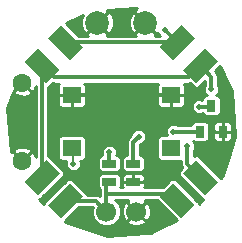
<source format=gtl>
G04 (created by PCBNEW (2013-07-07 BZR 4022)-stable) date 11/7/2013 9:25:50 PM*
%MOIN*%
G04 Gerber Fmt 3.4, Leading zero omitted, Abs format*
%FSLAX34Y34*%
G01*
G70*
G90*
G04 APERTURE LIST*
%ADD10C,0.00590551*%
%ADD11C,0.063*%
%ADD12R,0.063X0.0551*%
%ADD13R,0.0315X0.0394*%
%ADD14R,0.045X0.025*%
%ADD15C,0.0669*%
%ADD16C,0.0787402*%
%ADD17C,0.02*%
%ADD18C,0.0118*%
%ADD19C,0.0061*%
%ADD20C,0.01*%
G04 APERTURE END LIST*
G54D10*
G54D11*
X57197Y-36701D03*
X57197Y-39299D03*
G54D12*
X58846Y-37114D03*
X62154Y-37114D03*
X58846Y-38886D03*
X62154Y-38886D03*
G54D13*
X63500Y-37467D03*
X63875Y-38333D03*
X63125Y-38333D03*
G54D14*
X60900Y-39400D03*
X60900Y-40000D03*
X60100Y-39400D03*
X60100Y-40000D03*
G54D10*
G36*
X62221Y-40055D02*
X62944Y-40778D01*
X62499Y-41224D01*
X61775Y-40500D01*
X62221Y-40055D01*
X62221Y-40055D01*
G37*
G36*
X63000Y-39275D02*
X63724Y-39999D01*
X63278Y-40444D01*
X62555Y-39721D01*
X63000Y-39275D01*
X63000Y-39275D01*
G37*
G36*
X62944Y-35221D02*
X62221Y-35944D01*
X61775Y-35499D01*
X62499Y-34775D01*
X62944Y-35221D01*
X62944Y-35221D01*
G37*
G36*
X63724Y-36000D02*
X63000Y-36724D01*
X62555Y-36278D01*
X63278Y-35555D01*
X63724Y-36000D01*
X63724Y-36000D01*
G37*
G36*
X58778Y-35944D02*
X58055Y-35221D01*
X58500Y-34775D01*
X59224Y-35499D01*
X58778Y-35944D01*
X58778Y-35944D01*
G37*
G36*
X57999Y-36724D02*
X57275Y-36000D01*
X57721Y-35555D01*
X58444Y-36278D01*
X57999Y-36724D01*
X57999Y-36724D01*
G37*
G36*
X58055Y-40778D02*
X58778Y-40055D01*
X59224Y-40500D01*
X58500Y-41224D01*
X58055Y-40778D01*
X58055Y-40778D01*
G37*
G36*
X57275Y-39999D02*
X57999Y-39275D01*
X58444Y-39721D01*
X57721Y-40444D01*
X57275Y-39999D01*
X57275Y-39999D01*
G37*
G54D15*
X60000Y-41000D03*
X61000Y-41000D03*
G54D16*
X59700Y-34700D03*
X61300Y-34700D03*
G54D17*
X61300Y-38100D03*
X60500Y-37300D03*
X61075Y-38500D03*
X62233Y-38333D03*
X63100Y-37500D03*
X58900Y-39400D03*
X63500Y-36925D03*
X62700Y-38825D03*
X60100Y-39025D03*
X61950Y-34950D03*
G54D18*
X60500Y-37114D02*
X60500Y-37200D01*
X60500Y-37300D02*
X60500Y-37114D01*
X58846Y-37114D02*
X62154Y-37114D01*
X60900Y-39400D02*
X60900Y-38675D01*
X60900Y-38675D02*
X61075Y-38500D01*
X63125Y-38333D02*
X62233Y-38333D01*
X63100Y-38358D02*
X63125Y-38333D01*
X63500Y-37467D02*
X63467Y-37500D01*
X63467Y-37500D02*
X63100Y-37500D01*
G54D19*
X58900Y-38940D02*
X58846Y-38886D01*
X58900Y-39400D02*
X58900Y-38940D01*
G54D18*
X63139Y-36139D02*
X63500Y-36500D01*
X63500Y-36500D02*
X63500Y-36925D01*
X57860Y-36139D02*
X58245Y-36525D01*
X62754Y-36525D02*
X63139Y-36139D01*
X58245Y-36525D02*
X62754Y-36525D01*
X57860Y-39860D02*
X57860Y-36139D01*
X63139Y-39860D02*
X62700Y-39420D01*
X62700Y-39420D02*
X62700Y-38825D01*
X60100Y-39400D02*
X60100Y-39025D01*
X62360Y-35360D02*
X61950Y-34950D01*
X58639Y-35360D02*
X62360Y-35360D01*
X62360Y-40639D02*
X62120Y-40400D01*
X62120Y-40400D02*
X60000Y-40400D01*
X60100Y-40000D02*
X60000Y-40100D01*
X60000Y-40100D02*
X60000Y-40400D01*
X60000Y-40400D02*
X60000Y-41000D01*
X58639Y-40639D02*
X59639Y-40639D01*
X59639Y-40639D02*
X60000Y-41000D01*
G54D10*
G36*
X57651Y-39186D02*
X57601Y-39051D01*
X57580Y-39020D01*
X57505Y-38990D01*
X57505Y-38990D01*
X57505Y-38990D01*
X57505Y-37009D01*
X57197Y-36701D01*
X56888Y-37009D01*
X56918Y-37084D01*
X57086Y-37162D01*
X57271Y-37169D01*
X57444Y-37105D01*
X57475Y-37084D01*
X57505Y-37009D01*
X57505Y-38990D01*
X57475Y-38915D01*
X57307Y-38837D01*
X57122Y-38830D01*
X56949Y-38894D01*
X56918Y-38915D01*
X56888Y-38990D01*
X57197Y-39298D01*
X57505Y-38990D01*
X57505Y-38990D01*
X57197Y-39299D01*
X57202Y-39304D01*
X57202Y-39304D01*
X57197Y-39299D01*
X57191Y-39304D01*
X57191Y-39304D01*
X57196Y-39299D01*
X56888Y-38990D01*
X56813Y-39020D01*
X56809Y-39027D01*
X56806Y-39020D01*
X56697Y-37533D01*
X56872Y-37003D01*
X56888Y-37009D01*
X57196Y-36701D01*
X57191Y-36695D01*
X57191Y-36695D01*
X57197Y-36700D01*
X57202Y-36695D01*
X57202Y-36695D01*
X57197Y-36701D01*
X57505Y-37009D01*
X57580Y-36979D01*
X57651Y-36826D01*
X57651Y-39186D01*
X57651Y-39186D01*
G37*
G54D20*
X57651Y-39186D02*
X57601Y-39051D01*
X57580Y-39020D01*
X57505Y-38990D01*
X57505Y-38990D01*
X57505Y-38990D01*
X57505Y-37009D01*
X57197Y-36701D01*
X56888Y-37009D01*
X56918Y-37084D01*
X57086Y-37162D01*
X57271Y-37169D01*
X57444Y-37105D01*
X57475Y-37084D01*
X57505Y-37009D01*
X57505Y-38990D01*
X57475Y-38915D01*
X57307Y-38837D01*
X57122Y-38830D01*
X56949Y-38894D01*
X56918Y-38915D01*
X56888Y-38990D01*
X57197Y-39298D01*
X57505Y-38990D01*
X57505Y-38990D01*
X57197Y-39299D01*
X57202Y-39304D01*
X57202Y-39304D01*
X57197Y-39299D01*
X57191Y-39304D01*
X57191Y-39304D01*
X57196Y-39299D01*
X56888Y-38990D01*
X56813Y-39020D01*
X56809Y-39027D01*
X56806Y-39020D01*
X56697Y-37533D01*
X56872Y-37003D01*
X56888Y-37009D01*
X57196Y-36701D01*
X57191Y-36695D01*
X57191Y-36695D01*
X57197Y-36700D01*
X57202Y-36695D01*
X57202Y-36695D01*
X57197Y-36701D01*
X57505Y-37009D01*
X57580Y-36979D01*
X57651Y-36826D01*
X57651Y-39186D01*
G54D10*
G36*
X61797Y-35151D02*
X61621Y-35151D01*
X61625Y-35148D01*
X61665Y-35065D01*
X61300Y-34700D01*
X61299Y-34700D01*
X61299Y-34700D01*
X60934Y-34334D01*
X60851Y-34374D01*
X60760Y-34570D01*
X60752Y-34786D01*
X60827Y-34989D01*
X60851Y-35025D01*
X60934Y-35065D01*
X61299Y-34700D01*
X61299Y-34700D01*
X60934Y-35065D01*
X60974Y-35148D01*
X60980Y-35151D01*
X60247Y-35151D01*
X60247Y-34613D01*
X60172Y-34410D01*
X60148Y-34374D01*
X60065Y-34334D01*
X59700Y-34700D01*
X60065Y-35065D01*
X60148Y-35025D01*
X60239Y-34829D01*
X60247Y-34613D01*
X60247Y-35151D01*
X60021Y-35151D01*
X60025Y-35148D01*
X60065Y-35065D01*
X59700Y-34700D01*
X59334Y-35065D01*
X59374Y-35148D01*
X59380Y-35151D01*
X59088Y-35151D01*
X58657Y-34720D01*
X59222Y-34436D01*
X59160Y-34570D01*
X59152Y-34786D01*
X59227Y-34989D01*
X59251Y-35025D01*
X59334Y-35065D01*
X59699Y-34700D01*
X59694Y-34694D01*
X59694Y-34694D01*
X59700Y-34699D01*
X60065Y-34334D01*
X60033Y-34267D01*
X60970Y-34198D01*
X61032Y-34219D01*
X61010Y-34227D01*
X60974Y-34251D01*
X60934Y-34334D01*
X61300Y-34699D01*
X61305Y-34694D01*
X61305Y-34694D01*
X61300Y-34700D01*
X61665Y-35065D01*
X61717Y-35040D01*
X61737Y-35091D01*
X61797Y-35151D01*
X61797Y-35151D01*
G37*
G54D20*
X61797Y-35151D02*
X61621Y-35151D01*
X61625Y-35148D01*
X61665Y-35065D01*
X61300Y-34700D01*
X61299Y-34700D01*
X61299Y-34700D01*
X60934Y-34334D01*
X60851Y-34374D01*
X60760Y-34570D01*
X60752Y-34786D01*
X60827Y-34989D01*
X60851Y-35025D01*
X60934Y-35065D01*
X61299Y-34700D01*
X61299Y-34700D01*
X60934Y-35065D01*
X60974Y-35148D01*
X60980Y-35151D01*
X60247Y-35151D01*
X60247Y-34613D01*
X60172Y-34410D01*
X60148Y-34374D01*
X60065Y-34334D01*
X59700Y-34700D01*
X60065Y-35065D01*
X60148Y-35025D01*
X60239Y-34829D01*
X60247Y-34613D01*
X60247Y-35151D01*
X60021Y-35151D01*
X60025Y-35148D01*
X60065Y-35065D01*
X59700Y-34700D01*
X59334Y-35065D01*
X59374Y-35148D01*
X59380Y-35151D01*
X59088Y-35151D01*
X58657Y-34720D01*
X59222Y-34436D01*
X59160Y-34570D01*
X59152Y-34786D01*
X59227Y-34989D01*
X59251Y-35025D01*
X59334Y-35065D01*
X59699Y-34700D01*
X59694Y-34694D01*
X59694Y-34694D01*
X59700Y-34699D01*
X60065Y-34334D01*
X60033Y-34267D01*
X60970Y-34198D01*
X61032Y-34219D01*
X61010Y-34227D01*
X60974Y-34251D01*
X60934Y-34334D01*
X61300Y-34699D01*
X61305Y-34694D01*
X61305Y-34694D01*
X61300Y-34700D01*
X61665Y-35065D01*
X61717Y-35040D01*
X61737Y-35091D01*
X61797Y-35151D01*
G54D10*
G36*
X62343Y-41280D02*
X61520Y-41693D01*
X61487Y-41696D01*
X61487Y-40922D01*
X61421Y-40741D01*
X61399Y-40709D01*
X61322Y-40677D01*
X61000Y-41000D01*
X61322Y-41322D01*
X61399Y-41290D01*
X61480Y-41115D01*
X61487Y-40922D01*
X61487Y-41696D01*
X61322Y-41708D01*
X61322Y-41322D01*
X61000Y-41000D01*
X60999Y-41000D01*
X60999Y-41000D01*
X60677Y-40677D01*
X60600Y-40709D01*
X60519Y-40884D01*
X60512Y-41077D01*
X60578Y-41258D01*
X60600Y-41290D01*
X60677Y-41322D01*
X60999Y-41000D01*
X60999Y-41000D01*
X60677Y-41322D01*
X60709Y-41399D01*
X60884Y-41480D01*
X61077Y-41487D01*
X61258Y-41421D01*
X61290Y-41399D01*
X61322Y-41322D01*
X61322Y-41708D01*
X60029Y-41803D01*
X58610Y-41333D01*
X58606Y-41330D01*
X58627Y-41309D01*
X59088Y-40848D01*
X59538Y-40848D01*
X59515Y-40903D01*
X59515Y-41095D01*
X59589Y-41274D01*
X59725Y-41410D01*
X59903Y-41484D01*
X60095Y-41484D01*
X60274Y-41410D01*
X60410Y-41274D01*
X60484Y-41096D01*
X60484Y-40904D01*
X60410Y-40725D01*
X60294Y-40609D01*
X60706Y-40609D01*
X60677Y-40677D01*
X61000Y-40999D01*
X61322Y-40677D01*
X61293Y-40609D01*
X61671Y-40609D01*
X61690Y-40627D01*
X62343Y-41280D01*
X62343Y-41280D01*
G37*
G54D20*
X62343Y-41280D02*
X61520Y-41693D01*
X61487Y-41696D01*
X61487Y-40922D01*
X61421Y-40741D01*
X61399Y-40709D01*
X61322Y-40677D01*
X61000Y-41000D01*
X61322Y-41322D01*
X61399Y-41290D01*
X61480Y-41115D01*
X61487Y-40922D01*
X61487Y-41696D01*
X61322Y-41708D01*
X61322Y-41322D01*
X61000Y-41000D01*
X60999Y-41000D01*
X60999Y-41000D01*
X60677Y-40677D01*
X60600Y-40709D01*
X60519Y-40884D01*
X60512Y-41077D01*
X60578Y-41258D01*
X60600Y-41290D01*
X60677Y-41322D01*
X60999Y-41000D01*
X60999Y-41000D01*
X60677Y-41322D01*
X60709Y-41399D01*
X60884Y-41480D01*
X61077Y-41487D01*
X61258Y-41421D01*
X61290Y-41399D01*
X61322Y-41322D01*
X61322Y-41708D01*
X60029Y-41803D01*
X58610Y-41333D01*
X58606Y-41330D01*
X58627Y-41309D01*
X59088Y-40848D01*
X59538Y-40848D01*
X59515Y-40903D01*
X59515Y-41095D01*
X59589Y-41274D01*
X59725Y-41410D01*
X59903Y-41484D01*
X60095Y-41484D01*
X60274Y-41410D01*
X60410Y-41274D01*
X60484Y-41096D01*
X60484Y-40904D01*
X60410Y-40725D01*
X60294Y-40609D01*
X60706Y-40609D01*
X60677Y-40677D01*
X61000Y-40999D01*
X61322Y-40677D01*
X61293Y-40609D01*
X61671Y-40609D01*
X61690Y-40627D01*
X62343Y-41280D01*
G54D10*
G36*
X64301Y-38473D02*
X64182Y-38834D01*
X64182Y-38500D01*
X64182Y-38165D01*
X64182Y-38106D01*
X64159Y-38050D01*
X64117Y-38008D01*
X64062Y-37985D01*
X63912Y-37986D01*
X63875Y-38023D01*
X63875Y-38332D01*
X64145Y-38332D01*
X64182Y-38295D01*
X64182Y-38165D01*
X64182Y-38500D01*
X64182Y-38370D01*
X64145Y-38333D01*
X63875Y-38333D01*
X63875Y-38642D01*
X63912Y-38680D01*
X64062Y-38680D01*
X64117Y-38657D01*
X64159Y-38615D01*
X64182Y-38559D01*
X64182Y-38500D01*
X64182Y-38834D01*
X63874Y-39765D01*
X63874Y-38642D01*
X63874Y-38333D01*
X63874Y-38332D01*
X63874Y-38023D01*
X63837Y-37986D01*
X63687Y-37985D01*
X63632Y-38008D01*
X63590Y-38050D01*
X63567Y-38106D01*
X63567Y-38165D01*
X63567Y-38295D01*
X63605Y-38332D01*
X63874Y-38332D01*
X63874Y-38333D01*
X63605Y-38333D01*
X63567Y-38370D01*
X63567Y-38500D01*
X63567Y-38559D01*
X63590Y-38615D01*
X63632Y-38657D01*
X63687Y-38680D01*
X63837Y-38680D01*
X63874Y-38642D01*
X63874Y-39765D01*
X63833Y-39889D01*
X63830Y-39893D01*
X63809Y-39872D01*
X63085Y-39148D01*
X63030Y-39125D01*
X62970Y-39125D01*
X62915Y-39148D01*
X62909Y-39155D01*
X62909Y-38969D01*
X62911Y-38966D01*
X62949Y-38874D01*
X62950Y-38775D01*
X62912Y-38683D01*
X62887Y-38659D01*
X62937Y-38679D01*
X62997Y-38680D01*
X63312Y-38680D01*
X63367Y-38657D01*
X63409Y-38615D01*
X63432Y-38559D01*
X63432Y-38500D01*
X63432Y-38106D01*
X63409Y-38051D01*
X63367Y-38008D01*
X63312Y-37986D01*
X63252Y-37985D01*
X62937Y-37985D01*
X62882Y-38008D01*
X62840Y-38050D01*
X62817Y-38106D01*
X62817Y-38124D01*
X62619Y-38124D01*
X62619Y-37359D01*
X62619Y-37151D01*
X62581Y-37114D01*
X62154Y-37114D01*
X62154Y-37502D01*
X62191Y-37539D01*
X62498Y-37539D01*
X62553Y-37516D01*
X62596Y-37474D01*
X62618Y-37419D01*
X62619Y-37359D01*
X62619Y-38124D01*
X62377Y-38124D01*
X62374Y-38121D01*
X62282Y-38083D01*
X62183Y-38082D01*
X62153Y-38095D01*
X62153Y-37502D01*
X62153Y-37114D01*
X61726Y-37114D01*
X61689Y-37151D01*
X61688Y-37359D01*
X61689Y-37419D01*
X61711Y-37474D01*
X61754Y-37516D01*
X61809Y-37539D01*
X62116Y-37539D01*
X62153Y-37502D01*
X62153Y-38095D01*
X62091Y-38120D01*
X62021Y-38191D01*
X61983Y-38283D01*
X61982Y-38382D01*
X62015Y-38460D01*
X61809Y-38460D01*
X61754Y-38483D01*
X61711Y-38525D01*
X61689Y-38580D01*
X61688Y-38640D01*
X61688Y-39191D01*
X61711Y-39246D01*
X61753Y-39288D01*
X61809Y-39311D01*
X61868Y-39311D01*
X62491Y-39311D01*
X62491Y-39420D01*
X62506Y-39500D01*
X62529Y-39534D01*
X62428Y-39635D01*
X62405Y-39691D01*
X62405Y-39750D01*
X62427Y-39805D01*
X62470Y-39848D01*
X63193Y-40571D01*
X63231Y-40587D01*
X63093Y-40746D01*
X63072Y-40694D01*
X63029Y-40651D01*
X62306Y-39928D01*
X62251Y-39905D01*
X62191Y-39905D01*
X62136Y-39927D01*
X62093Y-39970D01*
X61873Y-40191D01*
X61325Y-40191D01*
X61325Y-38450D01*
X61287Y-38358D01*
X61216Y-38288D01*
X61124Y-38250D01*
X61025Y-38249D01*
X60933Y-38287D01*
X60863Y-38358D01*
X60825Y-38450D01*
X60825Y-38454D01*
X60752Y-38527D01*
X60706Y-38595D01*
X60691Y-38675D01*
X60691Y-39124D01*
X60645Y-39124D01*
X60590Y-39147D01*
X60547Y-39189D01*
X60525Y-39245D01*
X60524Y-39304D01*
X60524Y-39554D01*
X60547Y-39609D01*
X60589Y-39652D01*
X60645Y-39674D01*
X60704Y-39675D01*
X61154Y-39675D01*
X61209Y-39652D01*
X61252Y-39610D01*
X61274Y-39554D01*
X61275Y-39495D01*
X61275Y-39245D01*
X61252Y-39190D01*
X61210Y-39147D01*
X61154Y-39125D01*
X61109Y-39124D01*
X61109Y-38761D01*
X61120Y-38750D01*
X61124Y-38750D01*
X61216Y-38712D01*
X61286Y-38641D01*
X61324Y-38549D01*
X61325Y-38450D01*
X61325Y-40191D01*
X61260Y-40191D01*
X61275Y-40154D01*
X61275Y-39845D01*
X61252Y-39790D01*
X61210Y-39747D01*
X61154Y-39725D01*
X61095Y-39724D01*
X60937Y-39725D01*
X60900Y-39762D01*
X60900Y-39999D01*
X61237Y-39999D01*
X61275Y-39962D01*
X61275Y-39845D01*
X61275Y-40154D01*
X61275Y-40037D01*
X61237Y-40000D01*
X60900Y-40000D01*
X60900Y-40008D01*
X60899Y-40008D01*
X60899Y-40000D01*
X60899Y-39999D01*
X60899Y-39762D01*
X60862Y-39725D01*
X60704Y-39724D01*
X60645Y-39725D01*
X60589Y-39747D01*
X60547Y-39790D01*
X60524Y-39845D01*
X60525Y-39962D01*
X60562Y-39999D01*
X60899Y-39999D01*
X60899Y-40000D01*
X60562Y-40000D01*
X60525Y-40037D01*
X60524Y-40154D01*
X60539Y-40191D01*
X60460Y-40191D01*
X60474Y-40154D01*
X60475Y-40095D01*
X60475Y-39845D01*
X60475Y-39495D01*
X60475Y-39245D01*
X60452Y-39190D01*
X60410Y-39147D01*
X60354Y-39125D01*
X60329Y-39125D01*
X60349Y-39074D01*
X60350Y-38975D01*
X60312Y-38883D01*
X60241Y-38813D01*
X60149Y-38775D01*
X60050Y-38774D01*
X59958Y-38812D01*
X59888Y-38883D01*
X59850Y-38975D01*
X59849Y-39074D01*
X59870Y-39124D01*
X59845Y-39124D01*
X59790Y-39147D01*
X59747Y-39189D01*
X59725Y-39245D01*
X59724Y-39304D01*
X59724Y-39554D01*
X59747Y-39609D01*
X59789Y-39652D01*
X59845Y-39674D01*
X59904Y-39675D01*
X60354Y-39675D01*
X60409Y-39652D01*
X60452Y-39610D01*
X60474Y-39554D01*
X60475Y-39495D01*
X60475Y-39845D01*
X60452Y-39790D01*
X60410Y-39747D01*
X60354Y-39725D01*
X60295Y-39724D01*
X59845Y-39724D01*
X59790Y-39747D01*
X59747Y-39789D01*
X59725Y-39845D01*
X59724Y-39904D01*
X59724Y-40154D01*
X59747Y-40209D01*
X59789Y-40252D01*
X59791Y-40252D01*
X59791Y-40400D01*
X59791Y-40495D01*
X59787Y-40491D01*
X59719Y-40446D01*
X59639Y-40430D01*
X59357Y-40430D01*
X59351Y-40415D01*
X59311Y-40375D01*
X59311Y-39131D01*
X59311Y-38580D01*
X59311Y-37359D01*
X59311Y-37151D01*
X59273Y-37114D01*
X58846Y-37114D01*
X58846Y-37502D01*
X58883Y-37539D01*
X59190Y-37539D01*
X59245Y-37516D01*
X59288Y-37474D01*
X59310Y-37419D01*
X59311Y-37359D01*
X59311Y-38580D01*
X59288Y-38525D01*
X59246Y-38483D01*
X59190Y-38460D01*
X59131Y-38460D01*
X58845Y-38460D01*
X58845Y-37502D01*
X58845Y-37114D01*
X58418Y-37114D01*
X58381Y-37151D01*
X58380Y-37359D01*
X58381Y-37419D01*
X58403Y-37474D01*
X58446Y-37516D01*
X58501Y-37539D01*
X58808Y-37539D01*
X58845Y-37502D01*
X58845Y-38460D01*
X58501Y-38460D01*
X58446Y-38483D01*
X58403Y-38525D01*
X58381Y-38580D01*
X58380Y-38640D01*
X58380Y-39191D01*
X58403Y-39246D01*
X58445Y-39288D01*
X58501Y-39311D01*
X58560Y-39311D01*
X58666Y-39311D01*
X58650Y-39350D01*
X58649Y-39449D01*
X58687Y-39541D01*
X58758Y-39611D01*
X58850Y-39649D01*
X58949Y-39650D01*
X59041Y-39612D01*
X59111Y-39541D01*
X59149Y-39449D01*
X59150Y-39350D01*
X59133Y-39311D01*
X59190Y-39311D01*
X59245Y-39288D01*
X59288Y-39246D01*
X59310Y-39191D01*
X59311Y-39131D01*
X59311Y-40375D01*
X59309Y-40373D01*
X58864Y-39928D01*
X58808Y-39905D01*
X58749Y-39905D01*
X58694Y-39927D01*
X58651Y-39970D01*
X57928Y-40693D01*
X57912Y-40731D01*
X57753Y-40593D01*
X57805Y-40572D01*
X57848Y-40529D01*
X58571Y-39806D01*
X58594Y-39751D01*
X58594Y-39691D01*
X58572Y-39636D01*
X58529Y-39593D01*
X58084Y-39148D01*
X58069Y-39142D01*
X58069Y-36857D01*
X58084Y-36851D01*
X58126Y-36809D01*
X58209Y-36726D01*
X58245Y-36734D01*
X58423Y-36734D01*
X58403Y-36753D01*
X58381Y-36808D01*
X58380Y-36868D01*
X58381Y-37076D01*
X58418Y-37113D01*
X58845Y-37113D01*
X58845Y-37105D01*
X58846Y-37105D01*
X58846Y-37113D01*
X59273Y-37113D01*
X59311Y-37076D01*
X59311Y-36868D01*
X59310Y-36808D01*
X59288Y-36753D01*
X59268Y-36734D01*
X61731Y-36734D01*
X61711Y-36753D01*
X61689Y-36808D01*
X61688Y-36868D01*
X61689Y-37076D01*
X61726Y-37113D01*
X62153Y-37113D01*
X62153Y-37105D01*
X62154Y-37105D01*
X62154Y-37113D01*
X62581Y-37113D01*
X62619Y-37076D01*
X62619Y-36868D01*
X62618Y-36808D01*
X62596Y-36753D01*
X62576Y-36734D01*
X62754Y-36734D01*
X62790Y-36726D01*
X62915Y-36851D01*
X62970Y-36874D01*
X63030Y-36874D01*
X63085Y-36851D01*
X63127Y-36809D01*
X63291Y-36646D01*
X63291Y-36780D01*
X63288Y-36783D01*
X63250Y-36875D01*
X63249Y-36974D01*
X63287Y-37066D01*
X63341Y-37119D01*
X63312Y-37119D01*
X63257Y-37142D01*
X63215Y-37184D01*
X63192Y-37240D01*
X63192Y-37267D01*
X63149Y-37250D01*
X63050Y-37249D01*
X62958Y-37287D01*
X62888Y-37358D01*
X62850Y-37450D01*
X62849Y-37549D01*
X62887Y-37641D01*
X62958Y-37711D01*
X63050Y-37749D01*
X63149Y-37750D01*
X63206Y-37726D01*
X63215Y-37748D01*
X63257Y-37791D01*
X63312Y-37813D01*
X63372Y-37814D01*
X63687Y-37814D01*
X63742Y-37791D01*
X63784Y-37749D01*
X63807Y-37693D01*
X63807Y-37634D01*
X63807Y-37240D01*
X63784Y-37185D01*
X63742Y-37142D01*
X63687Y-37120D01*
X63658Y-37120D01*
X63711Y-37066D01*
X63749Y-36974D01*
X63750Y-36875D01*
X63712Y-36783D01*
X63709Y-36780D01*
X63709Y-36500D01*
X63693Y-36420D01*
X63693Y-36420D01*
X63647Y-36352D01*
X63647Y-36352D01*
X63616Y-36320D01*
X63779Y-36157D01*
X64192Y-36979D01*
X64301Y-38473D01*
X64301Y-38473D01*
G37*
G54D20*
X64301Y-38473D02*
X64182Y-38834D01*
X64182Y-38500D01*
X64182Y-38165D01*
X64182Y-38106D01*
X64159Y-38050D01*
X64117Y-38008D01*
X64062Y-37985D01*
X63912Y-37986D01*
X63875Y-38023D01*
X63875Y-38332D01*
X64145Y-38332D01*
X64182Y-38295D01*
X64182Y-38165D01*
X64182Y-38500D01*
X64182Y-38370D01*
X64145Y-38333D01*
X63875Y-38333D01*
X63875Y-38642D01*
X63912Y-38680D01*
X64062Y-38680D01*
X64117Y-38657D01*
X64159Y-38615D01*
X64182Y-38559D01*
X64182Y-38500D01*
X64182Y-38834D01*
X63874Y-39765D01*
X63874Y-38642D01*
X63874Y-38333D01*
X63874Y-38332D01*
X63874Y-38023D01*
X63837Y-37986D01*
X63687Y-37985D01*
X63632Y-38008D01*
X63590Y-38050D01*
X63567Y-38106D01*
X63567Y-38165D01*
X63567Y-38295D01*
X63605Y-38332D01*
X63874Y-38332D01*
X63874Y-38333D01*
X63605Y-38333D01*
X63567Y-38370D01*
X63567Y-38500D01*
X63567Y-38559D01*
X63590Y-38615D01*
X63632Y-38657D01*
X63687Y-38680D01*
X63837Y-38680D01*
X63874Y-38642D01*
X63874Y-39765D01*
X63833Y-39889D01*
X63830Y-39893D01*
X63809Y-39872D01*
X63085Y-39148D01*
X63030Y-39125D01*
X62970Y-39125D01*
X62915Y-39148D01*
X62909Y-39155D01*
X62909Y-38969D01*
X62911Y-38966D01*
X62949Y-38874D01*
X62950Y-38775D01*
X62912Y-38683D01*
X62887Y-38659D01*
X62937Y-38679D01*
X62997Y-38680D01*
X63312Y-38680D01*
X63367Y-38657D01*
X63409Y-38615D01*
X63432Y-38559D01*
X63432Y-38500D01*
X63432Y-38106D01*
X63409Y-38051D01*
X63367Y-38008D01*
X63312Y-37986D01*
X63252Y-37985D01*
X62937Y-37985D01*
X62882Y-38008D01*
X62840Y-38050D01*
X62817Y-38106D01*
X62817Y-38124D01*
X62619Y-38124D01*
X62619Y-37359D01*
X62619Y-37151D01*
X62581Y-37114D01*
X62154Y-37114D01*
X62154Y-37502D01*
X62191Y-37539D01*
X62498Y-37539D01*
X62553Y-37516D01*
X62596Y-37474D01*
X62618Y-37419D01*
X62619Y-37359D01*
X62619Y-38124D01*
X62377Y-38124D01*
X62374Y-38121D01*
X62282Y-38083D01*
X62183Y-38082D01*
X62153Y-38095D01*
X62153Y-37502D01*
X62153Y-37114D01*
X61726Y-37114D01*
X61689Y-37151D01*
X61688Y-37359D01*
X61689Y-37419D01*
X61711Y-37474D01*
X61754Y-37516D01*
X61809Y-37539D01*
X62116Y-37539D01*
X62153Y-37502D01*
X62153Y-38095D01*
X62091Y-38120D01*
X62021Y-38191D01*
X61983Y-38283D01*
X61982Y-38382D01*
X62015Y-38460D01*
X61809Y-38460D01*
X61754Y-38483D01*
X61711Y-38525D01*
X61689Y-38580D01*
X61688Y-38640D01*
X61688Y-39191D01*
X61711Y-39246D01*
X61753Y-39288D01*
X61809Y-39311D01*
X61868Y-39311D01*
X62491Y-39311D01*
X62491Y-39420D01*
X62506Y-39500D01*
X62529Y-39534D01*
X62428Y-39635D01*
X62405Y-39691D01*
X62405Y-39750D01*
X62427Y-39805D01*
X62470Y-39848D01*
X63193Y-40571D01*
X63231Y-40587D01*
X63093Y-40746D01*
X63072Y-40694D01*
X63029Y-40651D01*
X62306Y-39928D01*
X62251Y-39905D01*
X62191Y-39905D01*
X62136Y-39927D01*
X62093Y-39970D01*
X61873Y-40191D01*
X61325Y-40191D01*
X61325Y-38450D01*
X61287Y-38358D01*
X61216Y-38288D01*
X61124Y-38250D01*
X61025Y-38249D01*
X60933Y-38287D01*
X60863Y-38358D01*
X60825Y-38450D01*
X60825Y-38454D01*
X60752Y-38527D01*
X60706Y-38595D01*
X60691Y-38675D01*
X60691Y-39124D01*
X60645Y-39124D01*
X60590Y-39147D01*
X60547Y-39189D01*
X60525Y-39245D01*
X60524Y-39304D01*
X60524Y-39554D01*
X60547Y-39609D01*
X60589Y-39652D01*
X60645Y-39674D01*
X60704Y-39675D01*
X61154Y-39675D01*
X61209Y-39652D01*
X61252Y-39610D01*
X61274Y-39554D01*
X61275Y-39495D01*
X61275Y-39245D01*
X61252Y-39190D01*
X61210Y-39147D01*
X61154Y-39125D01*
X61109Y-39124D01*
X61109Y-38761D01*
X61120Y-38750D01*
X61124Y-38750D01*
X61216Y-38712D01*
X61286Y-38641D01*
X61324Y-38549D01*
X61325Y-38450D01*
X61325Y-40191D01*
X61260Y-40191D01*
X61275Y-40154D01*
X61275Y-39845D01*
X61252Y-39790D01*
X61210Y-39747D01*
X61154Y-39725D01*
X61095Y-39724D01*
X60937Y-39725D01*
X60900Y-39762D01*
X60900Y-39999D01*
X61237Y-39999D01*
X61275Y-39962D01*
X61275Y-39845D01*
X61275Y-40154D01*
X61275Y-40037D01*
X61237Y-40000D01*
X60900Y-40000D01*
X60900Y-40008D01*
X60899Y-40008D01*
X60899Y-40000D01*
X60899Y-39999D01*
X60899Y-39762D01*
X60862Y-39725D01*
X60704Y-39724D01*
X60645Y-39725D01*
X60589Y-39747D01*
X60547Y-39790D01*
X60524Y-39845D01*
X60525Y-39962D01*
X60562Y-39999D01*
X60899Y-39999D01*
X60899Y-40000D01*
X60562Y-40000D01*
X60525Y-40037D01*
X60524Y-40154D01*
X60539Y-40191D01*
X60460Y-40191D01*
X60474Y-40154D01*
X60475Y-40095D01*
X60475Y-39845D01*
X60475Y-39495D01*
X60475Y-39245D01*
X60452Y-39190D01*
X60410Y-39147D01*
X60354Y-39125D01*
X60329Y-39125D01*
X60349Y-39074D01*
X60350Y-38975D01*
X60312Y-38883D01*
X60241Y-38813D01*
X60149Y-38775D01*
X60050Y-38774D01*
X59958Y-38812D01*
X59888Y-38883D01*
X59850Y-38975D01*
X59849Y-39074D01*
X59870Y-39124D01*
X59845Y-39124D01*
X59790Y-39147D01*
X59747Y-39189D01*
X59725Y-39245D01*
X59724Y-39304D01*
X59724Y-39554D01*
X59747Y-39609D01*
X59789Y-39652D01*
X59845Y-39674D01*
X59904Y-39675D01*
X60354Y-39675D01*
X60409Y-39652D01*
X60452Y-39610D01*
X60474Y-39554D01*
X60475Y-39495D01*
X60475Y-39845D01*
X60452Y-39790D01*
X60410Y-39747D01*
X60354Y-39725D01*
X60295Y-39724D01*
X59845Y-39724D01*
X59790Y-39747D01*
X59747Y-39789D01*
X59725Y-39845D01*
X59724Y-39904D01*
X59724Y-40154D01*
X59747Y-40209D01*
X59789Y-40252D01*
X59791Y-40252D01*
X59791Y-40400D01*
X59791Y-40495D01*
X59787Y-40491D01*
X59719Y-40446D01*
X59639Y-40430D01*
X59357Y-40430D01*
X59351Y-40415D01*
X59311Y-40375D01*
X59311Y-39131D01*
X59311Y-38580D01*
X59311Y-37359D01*
X59311Y-37151D01*
X59273Y-37114D01*
X58846Y-37114D01*
X58846Y-37502D01*
X58883Y-37539D01*
X59190Y-37539D01*
X59245Y-37516D01*
X59288Y-37474D01*
X59310Y-37419D01*
X59311Y-37359D01*
X59311Y-38580D01*
X59288Y-38525D01*
X59246Y-38483D01*
X59190Y-38460D01*
X59131Y-38460D01*
X58845Y-38460D01*
X58845Y-37502D01*
X58845Y-37114D01*
X58418Y-37114D01*
X58381Y-37151D01*
X58380Y-37359D01*
X58381Y-37419D01*
X58403Y-37474D01*
X58446Y-37516D01*
X58501Y-37539D01*
X58808Y-37539D01*
X58845Y-37502D01*
X58845Y-38460D01*
X58501Y-38460D01*
X58446Y-38483D01*
X58403Y-38525D01*
X58381Y-38580D01*
X58380Y-38640D01*
X58380Y-39191D01*
X58403Y-39246D01*
X58445Y-39288D01*
X58501Y-39311D01*
X58560Y-39311D01*
X58666Y-39311D01*
X58650Y-39350D01*
X58649Y-39449D01*
X58687Y-39541D01*
X58758Y-39611D01*
X58850Y-39649D01*
X58949Y-39650D01*
X59041Y-39612D01*
X59111Y-39541D01*
X59149Y-39449D01*
X59150Y-39350D01*
X59133Y-39311D01*
X59190Y-39311D01*
X59245Y-39288D01*
X59288Y-39246D01*
X59310Y-39191D01*
X59311Y-39131D01*
X59311Y-40375D01*
X59309Y-40373D01*
X58864Y-39928D01*
X58808Y-39905D01*
X58749Y-39905D01*
X58694Y-39927D01*
X58651Y-39970D01*
X57928Y-40693D01*
X57912Y-40731D01*
X57753Y-40593D01*
X57805Y-40572D01*
X57848Y-40529D01*
X58571Y-39806D01*
X58594Y-39751D01*
X58594Y-39691D01*
X58572Y-39636D01*
X58529Y-39593D01*
X58084Y-39148D01*
X58069Y-39142D01*
X58069Y-36857D01*
X58084Y-36851D01*
X58126Y-36809D01*
X58209Y-36726D01*
X58245Y-36734D01*
X58423Y-36734D01*
X58403Y-36753D01*
X58381Y-36808D01*
X58380Y-36868D01*
X58381Y-37076D01*
X58418Y-37113D01*
X58845Y-37113D01*
X58845Y-37105D01*
X58846Y-37105D01*
X58846Y-37113D01*
X59273Y-37113D01*
X59311Y-37076D01*
X59311Y-36868D01*
X59310Y-36808D01*
X59288Y-36753D01*
X59268Y-36734D01*
X61731Y-36734D01*
X61711Y-36753D01*
X61689Y-36808D01*
X61688Y-36868D01*
X61689Y-37076D01*
X61726Y-37113D01*
X62153Y-37113D01*
X62153Y-37105D01*
X62154Y-37105D01*
X62154Y-37113D01*
X62581Y-37113D01*
X62619Y-37076D01*
X62619Y-36868D01*
X62618Y-36808D01*
X62596Y-36753D01*
X62576Y-36734D01*
X62754Y-36734D01*
X62790Y-36726D01*
X62915Y-36851D01*
X62970Y-36874D01*
X63030Y-36874D01*
X63085Y-36851D01*
X63127Y-36809D01*
X63291Y-36646D01*
X63291Y-36780D01*
X63288Y-36783D01*
X63250Y-36875D01*
X63249Y-36974D01*
X63287Y-37066D01*
X63341Y-37119D01*
X63312Y-37119D01*
X63257Y-37142D01*
X63215Y-37184D01*
X63192Y-37240D01*
X63192Y-37267D01*
X63149Y-37250D01*
X63050Y-37249D01*
X62958Y-37287D01*
X62888Y-37358D01*
X62850Y-37450D01*
X62849Y-37549D01*
X62887Y-37641D01*
X62958Y-37711D01*
X63050Y-37749D01*
X63149Y-37750D01*
X63206Y-37726D01*
X63215Y-37748D01*
X63257Y-37791D01*
X63312Y-37813D01*
X63372Y-37814D01*
X63687Y-37814D01*
X63742Y-37791D01*
X63784Y-37749D01*
X63807Y-37693D01*
X63807Y-37634D01*
X63807Y-37240D01*
X63784Y-37185D01*
X63742Y-37142D01*
X63687Y-37120D01*
X63658Y-37120D01*
X63711Y-37066D01*
X63749Y-36974D01*
X63750Y-36875D01*
X63712Y-36783D01*
X63709Y-36780D01*
X63709Y-36500D01*
X63693Y-36420D01*
X63693Y-36420D01*
X63647Y-36352D01*
X63647Y-36352D01*
X63616Y-36320D01*
X63779Y-36157D01*
X64192Y-36979D01*
X64301Y-38473D01*
M02*

</source>
